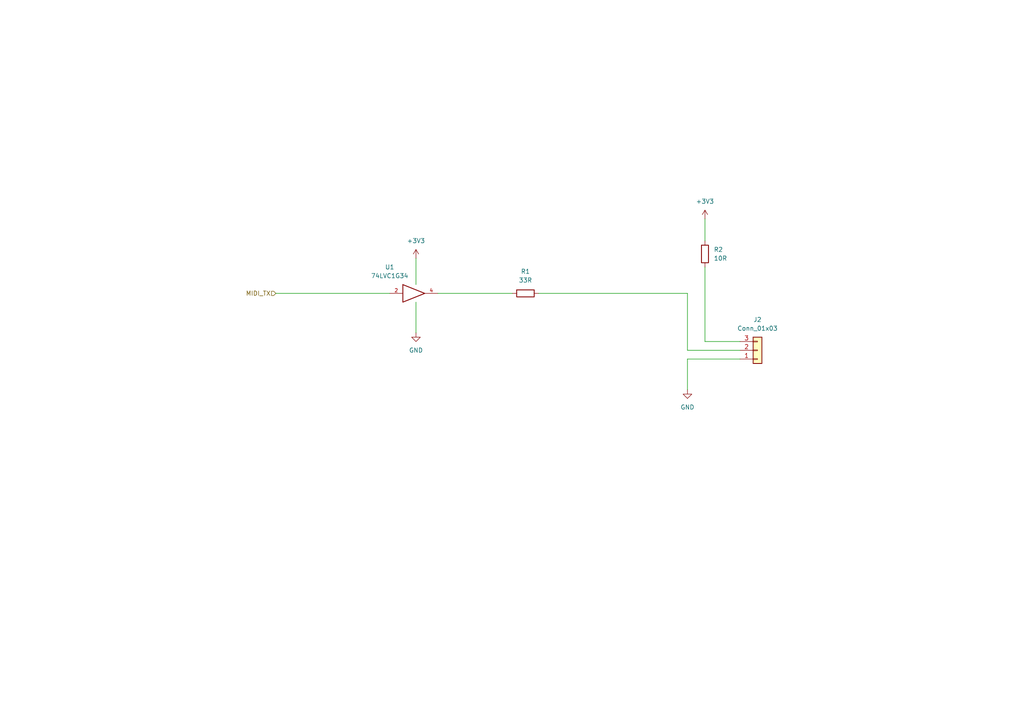
<source format=kicad_sch>
(kicad_sch (version 20211123) (generator eeschema)
  (paper "A4")
  (lib_symbols
    (symbol "74xGxx:74LVC1G34" (pin_names (offset 1.016))
      (property "Reference" "U" (at -2.54 3.81 0))
      (property "Value" "74LVC1G34" (at 0 -3.81 0))
      (symbol "74LVC1G34_0_1"
        (polyline (pts (xy -3.81 2.54) (xy -3.81 -2.54) (xy 2.54 0) (xy -3.81 2.54)) (stroke (width 0.254)))
      )
      (symbol "74LVC1G34_1_1"
        (pin input line (at -7.62 0 0) (length 3.81) (name "~") (number "2"))
        (pin power_in line (at 0 -2.54 270) (length 0) hide (name "GND") (number "3"))
        (pin output line (at 6.35 0 180) (length 3.81) (name "~") (number "4"))
        (pin power_in line (at 0 2.54 90) (length 0) hide (name "VCC") (number "5"))
      )
    )
    (symbol "Connector_Generic:Conn_01x03" (pin_names (offset 1.016) hide)
      (property "Reference" "J" (at 0 5.08 0))
      (property "Value" "Conn_01x03" (at 0 -5.08 0))
      (symbol "Conn_01x03_1_1"
        (rectangle (start -1.27 -2.413) (end 0 -2.667) (stroke (width 0.1524)))
        (rectangle (start -1.27 0.127) (end 0 -0.127) (stroke (width 0.1524)))
        (rectangle (start -1.27 2.667) (end 0 2.413) (stroke (width 0.1524)))
        (rectangle (start -1.27 3.81) (end 1.27 -3.81) (stroke (width 0.254)) (fill (type background)))
        (pin passive line (at -5.08 2.54 0) (length 3.81) (name "Pin_1") (number "1"))
        (pin passive line (at -5.08 0 0) (length 3.81) (name "Pin_2") (number "2"))
        (pin passive line (at -5.08 -2.54 0) (length 3.81) (name "Pin_3") (number "3"))
      )
    )
    (symbol "Device:R" (pin_numbers hide) (pin_names (offset 0))
      (property "Reference" "R" (at 2.032 0 90))
      (property "Value" "R" (at 0 0 90))
      (symbol "R_0_1"
        (rectangle (start -1.016 -2.54) (end 1.016 2.54) (stroke (width 0.254)))
      )
      (symbol "R_1_1"
        (pin passive line (at 0 3.81 270) (length 1.27) (name "~") (number "1"))
        (pin passive line (at 0 -3.81 90) (length 1.27) (name "~") (number "2"))
      )
    )
    (symbol "power:+3.3V" (power) (pin_names (offset 0))
      (property "Value" "+3.3V" (at 0 3.556 0))
      (symbol "+3.3V_0_1"
        (polyline (pts (xy -0.762 1.27) (xy 0 2.54)))
        (polyline (pts (xy 0 0) (xy 0 2.54)))
        (polyline (pts (xy 0 2.54) (xy 0.762 1.27)))
      )
      (symbol "+3.3V_1_1"
        (pin power_in line (at 0 0 90) (length 0) hide (name "+3V3") (number "1"))
      )
    )
    (symbol "power:+3V3" (power) (pin_names (offset 0))
      (property "Value" "+3V3" (at 0 3.556 0))
      (symbol "+3V3_0_1"
        (polyline (pts (xy -0.762 1.27) (xy 0 2.54)))
        (polyline (pts (xy 0 0) (xy 0 2.54)))
        (polyline (pts (xy 0 2.54) (xy 0.762 1.27)))
      )
      (symbol "+3V3_1_1"
        (pin power_in line (at 0 0 90) (length 0) hide (name "+3V3") (number "1"))
      )
    )
    (symbol "power:GND" (power) (pin_names (offset 0))
      (property "Value" "GND" (at 0 -3.81 0))
      (symbol "GND_0_1"
        (polyline (pts (xy 0 0) (xy 0 -1.27) (xy 1.27 -1.27) (xy 0 -2.54) (xy -1.27 -1.27) (xy 0 -1.27)))
      )
      (symbol "GND_1_1"
        (pin power_in line (at 0 0 270) (length 0) hide (name "GND") (number "1"))
      )
    )
  )
  (wire (pts (xy 204.47 63.5) (xy 204.47 69.85)))
  (wire (pts (xy 156.21 85.09) (xy 199.39 85.09)))
  (wire (pts (xy 199.39 85.09) (xy 199.39 101.6)))
  (wire (pts (xy 120.65 87.63) (xy 120.65 96.52)))
  (wire (pts (xy 214.63 101.6) (xy 199.39 101.6)))
  (wire (pts (xy 204.47 77.47) (xy 204.47 99.06)))
  (wire (pts (xy 199.39 104.14) (xy 214.63 104.14)))
  (wire (pts (xy 127 85.09) (xy 148.59 85.09)))
  (wire (pts (xy 204.47 99.06) (xy 214.63 99.06)))
  (wire (pts (xy 120.65 74.93) (xy 120.65 82.55)))
  (wire (pts (xy 199.39 104.14) (xy 199.39 113.03)))
  (wire (pts (xy 80.01 85.09) (xy 113.03 85.09)))
  (hierarchical_label "MIDI_TX" (shape input) (at 80.01 85.09 180))
  (symbol (lib_id "power:GND") (at 199.39 113.03 0) (unit 1)
    (property "Reference" "#PWR05" (effects hide))
    (property "Value" "GND" (at 199.39 118.11 0))
  )
  (symbol (lib_id "Device:R") (at 152.4 85.09 90) (unit 1)
    (property "Reference" "R1" (at 152.4 78.74 90))
    (property "Value" "33R" (at 152.4 81.28 90))
    (property "Footprint" "Resistor_SMD:R_0805_2012Metric_Pad1.20x1.40mm_HandSolder" (effects hide))
  )
  (symbol (lib_id "Device:R") (at 204.47 73.66 180) (unit 1)
    (property "Reference" "R2" (at 207.01 72.3899 0) (effects (justify right)))
    (property "Value" "10R" (at 207.01 74.9299 0) (effects (justify right)))
    (property "Footprint" "Resistor_SMD:R_0805_2012Metric_Pad1.20x1.40mm_HandSolder" (effects hide))
  )
  (symbol (lib_id "Connector_Generic:Conn_01x03") (at 219.71 101.6 0) (mirror x) (unit 1)
    (property "Reference" "J2" (at 219.71 92.71 0))
    (property "Value" "Conn_01x03" (at 219.71 95.25 0))
    (property "Footprint" "Connector_PinHeader_2.54mm:PinHeader_1x03_P2.54mm_Horizontal" (effects hide))
  )
  (symbol (lib_id "power:+3.3V") (at 120.65 74.93 0) (unit 1)
    (property "Reference" "#PWR03" (effects hide))
    (property "Value" "+3.3V" (at 120.65 69.85 0))
  )
  (symbol (lib_id "74xGxx:74LVC1G34") (at 120.65 85.09 0) (unit 1)
    (property "Reference" "U1" (at 113.03 77.47 0))
    (property "Value" "74LVC1G34" (at 113.03 80.01 0))
    (property "Footprint" "Package_TO_SOT_SMD:SOT-23-5_HandSoldering" (effects hide))
    (property "Datasheet" "${KIPRJMOD}/../techdocs/sn74lvc1g34_singlebuffer.pdf" (effects hide))
  )
  (symbol (lib_id "power:GND") (at 120.65 96.52 0) (unit 1)
    (property "Reference" "#PWR04" (effects hide))
    (property "Value" "GND" (at 120.65 101.6 0))
  )
  (symbol (lib_id "power:+3V3") (at 204.47 63.5 0) (unit 1)
    (property "Reference" "#PWR06" (effects hide))
    (property "Value" "+3V3" (at 204.47 58.42 0))
  )
)
</source>
